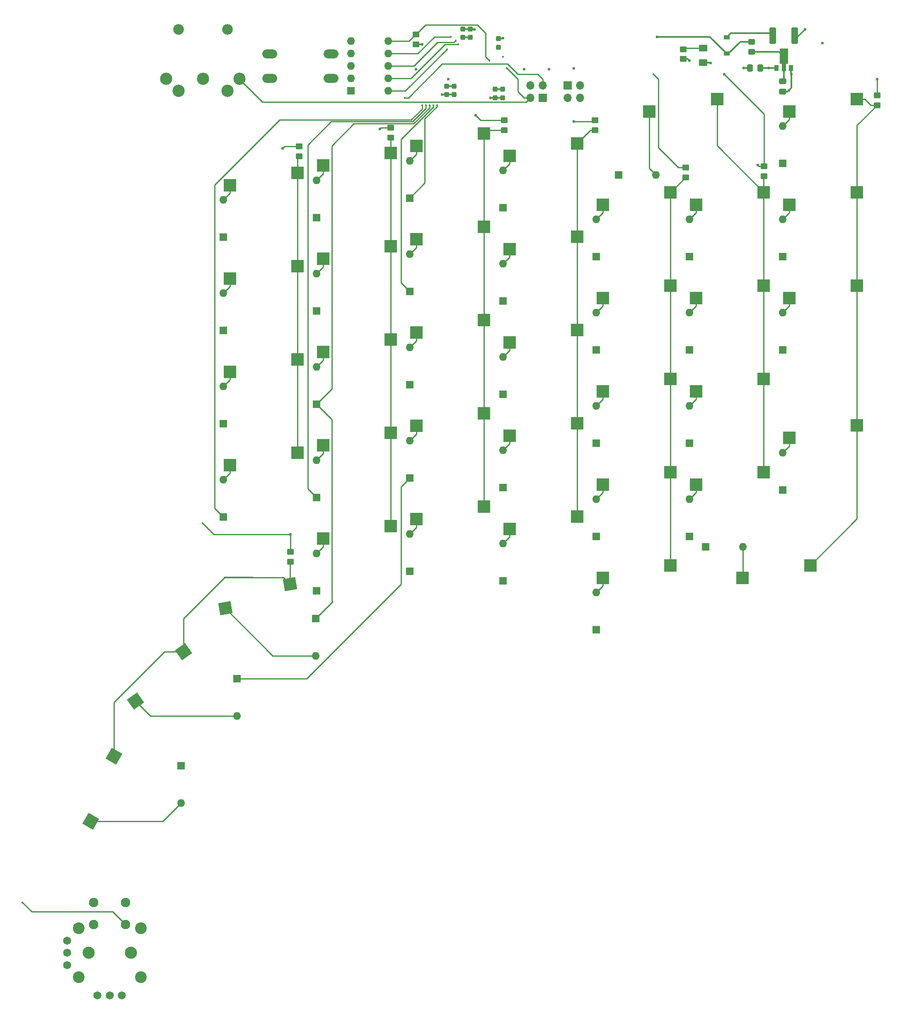
<source format=gbr>
%TF.GenerationSoftware,KiCad,Pcbnew,(6.0.0)*%
%TF.CreationDate,2022-01-02T22:49:07-08:00*%
%TF.ProjectId,thumbler_right,7468756d-626c-4657-925f-72696768742e,rev?*%
%TF.SameCoordinates,Original*%
%TF.FileFunction,Copper,L4,Bot*%
%TF.FilePolarity,Positive*%
%FSLAX46Y46*%
G04 Gerber Fmt 4.6, Leading zero omitted, Abs format (unit mm)*
G04 Created by KiCad (PCBNEW (6.0.0)) date 2022-01-02 22:49:07*
%MOMM*%
%LPD*%
G01*
G04 APERTURE LIST*
G04 Aperture macros list*
%AMRoundRect*
0 Rectangle with rounded corners*
0 $1 Rounding radius*
0 $2 $3 $4 $5 $6 $7 $8 $9 X,Y pos of 4 corners*
0 Add a 4 corners polygon primitive as box body*
4,1,4,$2,$3,$4,$5,$6,$7,$8,$9,$2,$3,0*
0 Add four circle primitives for the rounded corners*
1,1,$1+$1,$2,$3*
1,1,$1+$1,$4,$5*
1,1,$1+$1,$6,$7*
1,1,$1+$1,$8,$9*
0 Add four rect primitives between the rounded corners*
20,1,$1+$1,$2,$3,$4,$5,0*
20,1,$1+$1,$4,$5,$6,$7,0*
20,1,$1+$1,$6,$7,$8,$9,0*
20,1,$1+$1,$8,$9,$2,$3,0*%
%AMRotRect*
0 Rectangle, with rotation*
0 The origin of the aperture is its center*
0 $1 length*
0 $2 width*
0 $3 Rotation angle, in degrees counterclockwise*
0 Add horizontal line*
21,1,$1,$2,0,0,$3*%
%AMFreePoly0*
4,1,9,3.862500,-0.866500,0.737500,-0.866500,0.737500,-0.450000,-0.737500,-0.450000,-0.737500,0.450000,0.737500,0.450000,0.737500,0.866500,3.862500,0.866500,3.862500,-0.866500,3.862500,-0.866500,$1*%
G04 Aperture macros list end*
%TA.AperFunction,ComponentPad*%
%ADD10R,1.600000X1.600000*%
%TD*%
%TA.AperFunction,ComponentPad*%
%ADD11O,1.600000X1.600000*%
%TD*%
%TA.AperFunction,SMDPad,CuDef*%
%ADD12R,2.550000X2.500000*%
%TD*%
%TA.AperFunction,ComponentPad*%
%ADD13C,2.184400*%
%TD*%
%TA.AperFunction,ComponentPad*%
%ADD14C,2.500000*%
%TD*%
%TA.AperFunction,SMDPad,CuDef*%
%ADD15RotRect,2.550000X2.500000X10.000000*%
%TD*%
%TA.AperFunction,SMDPad,CuDef*%
%ADD16RotRect,2.550000X2.500000X35.450000*%
%TD*%
%TA.AperFunction,SMDPad,CuDef*%
%ADD17RotRect,2.550000X2.500000X60.000000*%
%TD*%
%TA.AperFunction,WasherPad*%
%ADD18C,2.475000*%
%TD*%
%TA.AperFunction,WasherPad*%
%ADD19C,2.400000*%
%TD*%
%TA.AperFunction,ComponentPad*%
%ADD20C,1.950000*%
%TD*%
%TA.AperFunction,ComponentPad*%
%ADD21C,1.650000*%
%TD*%
%TA.AperFunction,ComponentPad*%
%ADD22O,1.700000X1.700000*%
%TD*%
%TA.AperFunction,ComponentPad*%
%ADD23R,1.700000X1.700000*%
%TD*%
%TA.AperFunction,SMDPad,CuDef*%
%ADD24RoundRect,0.250000X-0.475000X0.337500X-0.475000X-0.337500X0.475000X-0.337500X0.475000X0.337500X0*%
%TD*%
%TA.AperFunction,SMDPad,CuDef*%
%ADD25RoundRect,0.250000X0.337500X0.475000X-0.337500X0.475000X-0.337500X-0.475000X0.337500X-0.475000X0*%
%TD*%
%TA.AperFunction,SMDPad,CuDef*%
%ADD26RoundRect,0.237500X-0.237500X0.300000X-0.237500X-0.300000X0.237500X-0.300000X0.237500X0.300000X0*%
%TD*%
%TA.AperFunction,SMDPad,CuDef*%
%ADD27RoundRect,0.237500X0.237500X-0.300000X0.237500X0.300000X-0.237500X0.300000X-0.237500X-0.300000X0*%
%TD*%
%TA.AperFunction,SMDPad,CuDef*%
%ADD28RoundRect,0.249999X0.450001X-0.325001X0.450001X0.325001X-0.450001X0.325001X-0.450001X-0.325001X0*%
%TD*%
%TA.AperFunction,SMDPad,CuDef*%
%ADD29RoundRect,0.249999X-0.450001X0.350001X-0.450001X-0.350001X0.450001X-0.350001X0.450001X0.350001X0*%
%TD*%
%TA.AperFunction,ComponentPad*%
%ADD30O,3.048000X1.850000*%
%TD*%
%TA.AperFunction,SMDPad,CuDef*%
%ADD31R,0.900000X1.300000*%
%TD*%
%TA.AperFunction,SMDPad,CuDef*%
%ADD32FreePoly0,90.000000*%
%TD*%
%TA.AperFunction,SMDPad,CuDef*%
%ADD33R,1.200000X0.900000*%
%TD*%
%TA.AperFunction,SMDPad,CuDef*%
%ADD34RoundRect,0.250000X0.400000X1.450000X-0.400000X1.450000X-0.400000X-1.450000X0.400000X-1.450000X0*%
%TD*%
%TA.AperFunction,SMDPad,CuDef*%
%ADD35RoundRect,0.250001X-0.624999X0.462499X-0.624999X-0.462499X0.624999X-0.462499X0.624999X0.462499X0*%
%TD*%
%TA.AperFunction,ViaPad*%
%ADD36C,0.400000*%
%TD*%
%TA.AperFunction,ViaPad*%
%ADD37C,0.600000*%
%TD*%
%TA.AperFunction,Conductor*%
%ADD38C,0.250000*%
%TD*%
%TA.AperFunction,Conductor*%
%ADD39C,0.350000*%
%TD*%
G04 APERTURE END LIST*
D10*
%TO.P,D36,1,K*%
%TO.N,R_ROW2*%
X347721000Y-181638500D03*
D11*
%TO.P,D36,2,A*%
%TO.N,Net-(D36-Pad2)*%
X347721000Y-174018500D03*
%TD*%
D12*
%TO.P,S35,1,1*%
%TO.N,Net-(D36-Pad2)*%
X349089000Y-171007500D03*
%TO.P,S35,2,2*%
%TO.N,Net-(R13-Pad2)*%
X362939000Y-168467500D03*
%TD*%
D10*
%TO.P,D76,1,K*%
%TO.N,R_ROW5*%
X446278000Y-244856000D03*
D11*
%TO.P,D76,2,A*%
%TO.N,Net-(D76-Pad2)*%
X453898000Y-244856000D03*
%TD*%
D10*
%TO.P,D52,1,K*%
%TO.N,R_ROW3*%
X366674400Y-259486400D03*
D11*
%TO.P,D52,2,A*%
%TO.N,Net-(D52-Pad2)*%
X366674400Y-267106400D03*
%TD*%
D10*
%TO.P,D53,1,K*%
%TO.N,R_ROW4*%
X350520000Y-271780000D03*
D11*
%TO.P,D53,2,A*%
%TO.N,Net-(D53-Pad2)*%
X350520000Y-279400000D03*
%TD*%
D13*
%TO.P,J6,MH*%
%TO.N,N/C*%
X348575451Y-139241554D03*
X338575451Y-139241554D03*
D14*
%TO.P,J6,5*%
%TO.N,R_RX*%
X348575451Y-151741554D03*
%TO.P,J6,4*%
%TO.N,+5V*%
X338575451Y-151741554D03*
%TO.P,J6,3*%
%TO.N,R_TX*%
X351075451Y-149241554D03*
%TO.P,J6,2*%
%TO.N,~{RST}*%
X343575451Y-149241554D03*
%TO.P,J6,1*%
%TO.N,GND*%
X336075451Y-149241554D03*
%TD*%
D15*
%TO.P,S44,1,1*%
%TO.N,Net-(D52-Pad2)*%
X348170987Y-257434169D03*
%TO.P,S44,2,2*%
%TO.N,Net-(R16-Pad2)*%
X361369508Y-252527730D03*
%TD*%
D16*
%TO.P,S45,1,1*%
%TO.N,Net-(D53-Pad2)*%
X329832678Y-276381602D03*
%TO.P,S45,2,2*%
%TO.N,Net-(R16-Pad2)*%
X339642011Y-266279569D03*
%TD*%
D17*
%TO.P,S46,1,1*%
%TO.N,Net-(D54-Pad2)*%
X320664295Y-300882352D03*
%TO.P,S46,2,2*%
%TO.N,Net-(R16-Pad2)*%
X325389591Y-287617900D03*
%TD*%
D18*
%TO.P,S34,*%
%TO.N,*%
X320243200Y-327785000D03*
D19*
X318218200Y-332785000D03*
X318218200Y-322785000D03*
X330868200Y-322785000D03*
X330868200Y-332785000D03*
D18*
X328843200Y-327785000D03*
D20*
%TO.P,S34,A,A*%
%TO.N,R_PTR_Z*%
X327793200Y-322035000D03*
%TO.P,S34,B,B*%
%TO.N,GND*%
X327793200Y-317535000D03*
%TO.P,S34,C,C*%
%TO.N,unconnected-(S34-PadC)*%
X321293200Y-322035000D03*
%TO.P,S34,D,D*%
%TO.N,unconnected-(S34-PadD)*%
X321293200Y-317535000D03*
D21*
%TO.P,S34,X1,X1*%
%TO.N,+3V3*%
X322043200Y-336515000D03*
%TO.P,S34,X2,X2*%
%TO.N,R_PTR_X*%
X324543200Y-336515000D03*
%TO.P,S34,X3,X3*%
%TO.N,GND*%
X327043200Y-336515000D03*
%TO.P,S34,Y1,Y1*%
%TO.N,+3V3*%
X315813200Y-325285000D03*
%TO.P,S34,Y2,Y2*%
%TO.N,R_PTR_Y*%
X315813200Y-327785000D03*
%TO.P,S34,Y3,Y3*%
%TO.N,GND*%
X315813200Y-330285000D03*
%TD*%
D22*
%TO.P,J7,4,Pin_4*%
%TO.N,+3V3*%
X420619000Y-153157000D03*
%TO.P,J7,3,Pin_3*%
%TO.N,R_SWDIO*%
X418079000Y-153157000D03*
%TO.P,J7,2,Pin_2*%
%TO.N,R_SWCLK*%
X420619000Y-150617000D03*
D23*
%TO.P,J7,1,Pin_1*%
%TO.N,GND*%
X418079000Y-150617000D03*
%TD*%
D22*
%TO.P,J5,4,Pin_4*%
%TO.N,+3V3*%
X410469000Y-150627000D03*
%TO.P,J5,3,Pin_3*%
%TO.N,R_RX*%
X413009000Y-150627000D03*
%TO.P,J5,2,Pin_2*%
%TO.N,R_TX*%
X410469000Y-153167000D03*
D23*
%TO.P,J5,1,Pin_1*%
%TO.N,GND*%
X413009000Y-153167000D03*
%TD*%
D10*
%TO.P,D54,1,K*%
%TO.N,R_ROW5*%
X339090000Y-289560000D03*
D11*
%TO.P,D54,2,A*%
%TO.N,Net-(D54-Pad2)*%
X339090000Y-297180000D03*
%TD*%
D12*
%TO.P,S71,1,1*%
%TO.N,Net-(D76-Pad2)*%
X453864000Y-251207500D03*
%TO.P,S71,2,2*%
%TO.N,Net-(R26-Pad2)*%
X467714000Y-248667500D03*
%TD*%
%TO.P,S39,1,1*%
%TO.N,Net-(D40-Pad2)*%
X368139000Y-167007500D03*
%TO.P,S39,2,2*%
%TO.N,Net-(R15-Pad2)*%
X381989000Y-164467500D03*
%TD*%
%TO.P,S47,1,1*%
%TO.N,Net-(D46-Pad2)*%
X387189000Y-163007500D03*
%TO.P,S47,2,2*%
%TO.N,Net-(R19-Pad2)*%
X401039000Y-160467500D03*
%TD*%
%TO.P,S52,1,1*%
%TO.N,Net-(D56-Pad2)*%
X406239000Y-165007500D03*
%TO.P,S52,2,2*%
%TO.N,Net-(R20-Pad2)*%
X420089000Y-162467500D03*
%TD*%
%TO.P,S57,1,1*%
%TO.N,Net-(D61-Pad2)*%
X425289000Y-175007500D03*
%TO.P,S57,2,2*%
%TO.N,Net-(R24-Pad2)*%
X439139000Y-172467500D03*
%TD*%
%TO.P,S62,1,1*%
%TO.N,Net-(D67-Pad2)*%
X434814000Y-155957500D03*
%TO.P,S62,2,2*%
%TO.N,Net-(R25-Pad2)*%
X448664000Y-153417500D03*
%TD*%
%TO.P,S67,1,1*%
%TO.N,Net-(D72-Pad2)*%
X463389000Y-155957500D03*
%TO.P,S67,2,2*%
%TO.N,Net-(R26-Pad2)*%
X477239000Y-153417500D03*
%TD*%
%TO.P,S36,1,1*%
%TO.N,Net-(D37-Pad2)*%
X349089000Y-190057500D03*
%TO.P,S36,2,2*%
%TO.N,Net-(R13-Pad2)*%
X362939000Y-187517500D03*
%TD*%
%TO.P,S40,1,1*%
%TO.N,Net-(D41-Pad2)*%
X368139000Y-186057500D03*
%TO.P,S40,2,2*%
%TO.N,Net-(R15-Pad2)*%
X381989000Y-183517500D03*
%TD*%
%TO.P,S48,1,1*%
%TO.N,Net-(D47-Pad2)*%
X387189000Y-182057500D03*
%TO.P,S48,2,2*%
%TO.N,Net-(R19-Pad2)*%
X401039000Y-179517500D03*
%TD*%
%TO.P,S53,1,1*%
%TO.N,Net-(D57-Pad2)*%
X406239000Y-184057500D03*
%TO.P,S53,2,2*%
%TO.N,Net-(R20-Pad2)*%
X420089000Y-181517500D03*
%TD*%
%TO.P,S58,1,1*%
%TO.N,Net-(D62-Pad2)*%
X425289000Y-194057500D03*
%TO.P,S58,2,2*%
%TO.N,Net-(R24-Pad2)*%
X439139000Y-191517500D03*
%TD*%
%TO.P,S63,1,1*%
%TO.N,Net-(D68-Pad2)*%
X444339000Y-175007500D03*
%TO.P,S63,2,2*%
%TO.N,Net-(R25-Pad2)*%
X458189000Y-172467500D03*
%TD*%
%TO.P,S68,1,1*%
%TO.N,Net-(D73-Pad2)*%
X463389000Y-175007500D03*
%TO.P,S68,2,2*%
%TO.N,Net-(R26-Pad2)*%
X477239000Y-172467500D03*
%TD*%
%TO.P,S37,1,1*%
%TO.N,Net-(D38-Pad2)*%
X349089000Y-209107500D03*
%TO.P,S37,2,2*%
%TO.N,Net-(R13-Pad2)*%
X362939000Y-206567500D03*
%TD*%
%TO.P,S41,1,1*%
%TO.N,Net-(D42-Pad2)*%
X368139000Y-205107500D03*
%TO.P,S41,2,2*%
%TO.N,Net-(R15-Pad2)*%
X381989000Y-202567500D03*
%TD*%
%TO.P,S49,1,1*%
%TO.N,Net-(D48-Pad2)*%
X387189000Y-201107500D03*
%TO.P,S49,2,2*%
%TO.N,Net-(R19-Pad2)*%
X401039000Y-198567500D03*
%TD*%
%TO.P,S54,1,1*%
%TO.N,Net-(D58-Pad2)*%
X406239000Y-203107500D03*
%TO.P,S54,2,2*%
%TO.N,Net-(R20-Pad2)*%
X420089000Y-200567500D03*
%TD*%
%TO.P,S59,1,1*%
%TO.N,Net-(D63-Pad2)*%
X425289000Y-213107500D03*
%TO.P,S59,2,2*%
%TO.N,Net-(R24-Pad2)*%
X439139000Y-210567500D03*
%TD*%
%TO.P,S64,1,1*%
%TO.N,Net-(D69-Pad2)*%
X444339000Y-194057500D03*
%TO.P,S64,2,2*%
%TO.N,Net-(R25-Pad2)*%
X458189000Y-191517500D03*
%TD*%
%TO.P,S69,1,1*%
%TO.N,Net-(D74-Pad2)*%
X463389000Y-194057500D03*
%TO.P,S69,2,2*%
%TO.N,Net-(R26-Pad2)*%
X477239000Y-191517500D03*
%TD*%
%TO.P,S38,1,1*%
%TO.N,Net-(D39-Pad2)*%
X349089000Y-228157500D03*
%TO.P,S38,2,2*%
%TO.N,Net-(R13-Pad2)*%
X362939000Y-225617500D03*
%TD*%
%TO.P,S42,1,1*%
%TO.N,Net-(D43-Pad2)*%
X368139000Y-224157500D03*
%TO.P,S42,2,2*%
%TO.N,Net-(R15-Pad2)*%
X381989000Y-221617500D03*
%TD*%
%TO.P,S50,1,1*%
%TO.N,Net-(D49-Pad2)*%
X387189000Y-220157500D03*
%TO.P,S50,2,2*%
%TO.N,Net-(R19-Pad2)*%
X401039000Y-217617500D03*
%TD*%
%TO.P,S55,1,1*%
%TO.N,Net-(D59-Pad2)*%
X406239000Y-222157500D03*
%TO.P,S55,2,2*%
%TO.N,Net-(R20-Pad2)*%
X420089000Y-219617500D03*
%TD*%
%TO.P,S60,1,1*%
%TO.N,Net-(D64-Pad2)*%
X425289000Y-232157500D03*
%TO.P,S60,2,2*%
%TO.N,Net-(R24-Pad2)*%
X439139000Y-229617500D03*
%TD*%
%TO.P,S65,1,1*%
%TO.N,Net-(D70-Pad2)*%
X444339000Y-213107500D03*
%TO.P,S65,2,2*%
%TO.N,Net-(R25-Pad2)*%
X458189000Y-210567500D03*
%TD*%
%TO.P,S70,1,1*%
%TO.N,Net-(D75-Pad2)*%
X463389000Y-222632500D03*
%TO.P,S70,2,2*%
%TO.N,Net-(R26-Pad2)*%
X477239000Y-220092500D03*
%TD*%
%TO.P,S43,1,1*%
%TO.N,Net-(D44-Pad2)*%
X368139000Y-243207500D03*
%TO.P,S43,2,2*%
%TO.N,Net-(R15-Pad2)*%
X381989000Y-240667500D03*
%TD*%
%TO.P,S51,1,1*%
%TO.N,Net-(D50-Pad2)*%
X387189000Y-239207500D03*
%TO.P,S51,2,2*%
%TO.N,Net-(R19-Pad2)*%
X401039000Y-236667500D03*
%TD*%
%TO.P,S56,1,1*%
%TO.N,Net-(D60-Pad2)*%
X406239000Y-241207500D03*
%TO.P,S56,2,2*%
%TO.N,Net-(R20-Pad2)*%
X420089000Y-238667500D03*
%TD*%
%TO.P,S61,1,1*%
%TO.N,Net-(D65-Pad2)*%
X425289000Y-251207500D03*
%TO.P,S61,2,2*%
%TO.N,Net-(R24-Pad2)*%
X439139000Y-248667500D03*
%TD*%
%TO.P,S66,1,1*%
%TO.N,Net-(D71-Pad2)*%
X444339000Y-232157500D03*
%TO.P,S66,2,2*%
%TO.N,Net-(R25-Pad2)*%
X458189000Y-229617500D03*
%TD*%
D10*
%TO.P,D40,1,K*%
%TO.N,R_ROW1*%
X366771000Y-177638500D03*
D11*
%TO.P,D40,2,A*%
%TO.N,Net-(D40-Pad2)*%
X366771000Y-170018500D03*
%TD*%
D10*
%TO.P,D46,1,K*%
%TO.N,R_ROW1*%
X385821000Y-173638500D03*
D11*
%TO.P,D46,2,A*%
%TO.N,Net-(D46-Pad2)*%
X385821000Y-166018500D03*
%TD*%
D10*
%TO.P,D56,1,K*%
%TO.N,R_ROW1*%
X404871000Y-175638500D03*
D11*
%TO.P,D56,2,A*%
%TO.N,Net-(D56-Pad2)*%
X404871000Y-168018500D03*
%TD*%
D10*
%TO.P,D61,1,K*%
%TO.N,R_ROW1*%
X423921000Y-185638500D03*
D11*
%TO.P,D61,2,A*%
%TO.N,Net-(D61-Pad2)*%
X423921000Y-178018500D03*
%TD*%
D10*
%TO.P,D67,1,K*%
%TO.N,R_ROW1*%
X428498000Y-168910000D03*
D11*
%TO.P,D67,2,A*%
%TO.N,Net-(D67-Pad2)*%
X436118000Y-168910000D03*
%TD*%
D10*
%TO.P,D72,1,K*%
%TO.N,R_ROW1*%
X462021000Y-166588500D03*
D11*
%TO.P,D72,2,A*%
%TO.N,Net-(D72-Pad2)*%
X462021000Y-158968500D03*
%TD*%
D10*
%TO.P,D37,1,K*%
%TO.N,R_ROW3*%
X347721000Y-200688500D03*
D11*
%TO.P,D37,2,A*%
%TO.N,Net-(D37-Pad2)*%
X347721000Y-193068500D03*
%TD*%
D10*
%TO.P,D41,1,K*%
%TO.N,R_ROW2*%
X366771000Y-196688500D03*
D11*
%TO.P,D41,2,A*%
%TO.N,Net-(D41-Pad2)*%
X366771000Y-189068500D03*
%TD*%
D10*
%TO.P,D47,1,K*%
%TO.N,R_ROW2*%
X385821000Y-192688500D03*
D11*
%TO.P,D47,2,A*%
%TO.N,Net-(D47-Pad2)*%
X385821000Y-185068500D03*
%TD*%
D10*
%TO.P,D57,1,K*%
%TO.N,R_ROW2*%
X404871000Y-194688500D03*
D11*
%TO.P,D57,2,A*%
%TO.N,Net-(D57-Pad2)*%
X404871000Y-187068500D03*
%TD*%
D10*
%TO.P,D62,1,K*%
%TO.N,R_ROW2*%
X423921000Y-204688500D03*
D11*
%TO.P,D62,2,A*%
%TO.N,Net-(D62-Pad2)*%
X423921000Y-197068500D03*
%TD*%
D10*
%TO.P,D68,1,K*%
%TO.N,R_ROW2*%
X442971000Y-185638500D03*
D11*
%TO.P,D68,2,A*%
%TO.N,Net-(D68-Pad2)*%
X442971000Y-178018500D03*
%TD*%
D10*
%TO.P,D73,1,K*%
%TO.N,R_ROW2*%
X462021000Y-185638500D03*
D11*
%TO.P,D73,2,A*%
%TO.N,Net-(D73-Pad2)*%
X462021000Y-178018500D03*
%TD*%
D10*
%TO.P,D38,1,K*%
%TO.N,R_ROW4*%
X347721000Y-219738500D03*
D11*
%TO.P,D38,2,A*%
%TO.N,Net-(D38-Pad2)*%
X347721000Y-212118500D03*
%TD*%
D10*
%TO.P,D42,1,K*%
%TO.N,R_ROW3*%
X366771000Y-215738500D03*
D11*
%TO.P,D42,2,A*%
%TO.N,Net-(D42-Pad2)*%
X366771000Y-208118500D03*
%TD*%
D10*
%TO.P,D48,1,K*%
%TO.N,R_ROW3*%
X385821000Y-211738500D03*
D11*
%TO.P,D48,2,A*%
%TO.N,Net-(D48-Pad2)*%
X385821000Y-204118500D03*
%TD*%
D10*
%TO.P,D58,1,K*%
%TO.N,R_ROW3*%
X404871000Y-213738500D03*
D11*
%TO.P,D58,2,A*%
%TO.N,Net-(D58-Pad2)*%
X404871000Y-206118500D03*
%TD*%
D10*
%TO.P,D63,1,K*%
%TO.N,R_ROW3*%
X423921000Y-223738500D03*
D11*
%TO.P,D63,2,A*%
%TO.N,Net-(D63-Pad2)*%
X423921000Y-216118500D03*
%TD*%
D10*
%TO.P,D69,1,K*%
%TO.N,R_ROW3*%
X442971000Y-204688500D03*
D11*
%TO.P,D69,2,A*%
%TO.N,Net-(D69-Pad2)*%
X442971000Y-197068500D03*
%TD*%
D10*
%TO.P,D74,1,K*%
%TO.N,R_ROW3*%
X462021000Y-204688500D03*
D11*
%TO.P,D74,2,A*%
%TO.N,Net-(D74-Pad2)*%
X462021000Y-197068500D03*
%TD*%
D10*
%TO.P,D39,1,K*%
%TO.N,R_ROW5*%
X347721000Y-238788500D03*
D11*
%TO.P,D39,2,A*%
%TO.N,Net-(D39-Pad2)*%
X347721000Y-231168500D03*
%TD*%
D10*
%TO.P,D43,1,K*%
%TO.N,R_ROW4*%
X366771000Y-234788500D03*
D11*
%TO.P,D43,2,A*%
%TO.N,Net-(D43-Pad2)*%
X366771000Y-227168500D03*
%TD*%
D10*
%TO.P,D49,1,K*%
%TO.N,R_ROW4*%
X385821000Y-230788500D03*
D11*
%TO.P,D49,2,A*%
%TO.N,Net-(D49-Pad2)*%
X385821000Y-223168500D03*
%TD*%
D10*
%TO.P,D59,1,K*%
%TO.N,R_ROW4*%
X404871000Y-232788500D03*
D11*
%TO.P,D59,2,A*%
%TO.N,Net-(D59-Pad2)*%
X404871000Y-225168500D03*
%TD*%
D10*
%TO.P,D64,1,K*%
%TO.N,R_ROW4*%
X423921000Y-242788500D03*
D11*
%TO.P,D64,2,A*%
%TO.N,Net-(D64-Pad2)*%
X423921000Y-235168500D03*
%TD*%
D10*
%TO.P,D70,1,K*%
%TO.N,R_ROW4*%
X442971000Y-223738500D03*
D11*
%TO.P,D70,2,A*%
%TO.N,Net-(D70-Pad2)*%
X442971000Y-216118500D03*
%TD*%
D10*
%TO.P,D75,1,K*%
%TO.N,R_ROW4*%
X462021000Y-233263500D03*
D11*
%TO.P,D75,2,A*%
%TO.N,Net-(D75-Pad2)*%
X462021000Y-225643500D03*
%TD*%
D10*
%TO.P,D44,1,K*%
%TO.N,R_ROW5*%
X366771000Y-253838500D03*
D11*
%TO.P,D44,2,A*%
%TO.N,Net-(D44-Pad2)*%
X366771000Y-246218500D03*
%TD*%
D10*
%TO.P,D50,1,K*%
%TO.N,R_ROW5*%
X385821000Y-249838500D03*
D11*
%TO.P,D50,2,A*%
%TO.N,Net-(D50-Pad2)*%
X385821000Y-242218500D03*
%TD*%
D10*
%TO.P,D60,1,K*%
%TO.N,R_ROW5*%
X404871000Y-251838500D03*
D11*
%TO.P,D60,2,A*%
%TO.N,Net-(D60-Pad2)*%
X404871000Y-244218500D03*
%TD*%
D10*
%TO.P,D65,1,K*%
%TO.N,R_ROW5*%
X423921000Y-261838500D03*
D11*
%TO.P,D65,2,A*%
%TO.N,Net-(D65-Pad2)*%
X423921000Y-254218500D03*
%TD*%
D10*
%TO.P,D71,1,K*%
%TO.N,R_ROW5*%
X442971000Y-242788500D03*
D11*
%TO.P,D71,2,A*%
%TO.N,Net-(D71-Pad2)*%
X442971000Y-235168500D03*
%TD*%
D24*
%TO.P,C14,1*%
%TO.N,Net-(C14-Pad1)*%
X462026000Y-149817000D03*
%TO.P,C14,2*%
%TO.N,GND*%
X462026000Y-151892000D03*
%TD*%
D25*
%TO.P,C15,1*%
%TO.N,+3V3*%
X457454000Y-147066000D03*
%TO.P,C15,2*%
%TO.N,GND*%
X455379000Y-147066000D03*
%TD*%
D26*
%TO.P,C16,1*%
%TO.N,+3V3*%
X393410500Y-150780500D03*
%TO.P,C16,2*%
%TO.N,GND*%
X393410500Y-152505500D03*
%TD*%
%TO.P,C17,2*%
%TO.N,GND*%
X404840500Y-153140500D03*
%TO.P,C17,1*%
%TO.N,+3V3*%
X404840500Y-151415500D03*
%TD*%
%TO.P,C18,1*%
%TO.N,+3V3*%
X394934500Y-150780500D03*
%TO.P,C18,2*%
%TO.N,GND*%
X394934500Y-152505500D03*
%TD*%
%TO.P,C19,2*%
%TO.N,GND*%
X403316500Y-153140500D03*
%TO.P,C19,1*%
%TO.N,+3V3*%
X403316500Y-151415500D03*
%TD*%
D27*
%TO.P,C20,1*%
%TO.N,+3V3*%
X403951500Y-142829200D03*
%TO.P,C20,2*%
%TO.N,GND*%
X403951500Y-141104200D03*
%TD*%
%TO.P,C21,1*%
%TO.N,+3V3*%
X396712500Y-140821500D03*
%TO.P,C21,2*%
%TO.N,GND*%
X396712500Y-139096500D03*
%TD*%
%TO.P,C22,1*%
%TO.N,+3V3*%
X398236500Y-140821500D03*
%TO.P,C22,2*%
%TO.N,GND*%
X398236500Y-139096500D03*
%TD*%
D28*
%TO.P,FB2,1*%
%TO.N,Net-(C14-Pad1)*%
X455676000Y-143773000D03*
%TO.P,FB2,2*%
%TO.N,+5V*%
X455676000Y-141723000D03*
%TD*%
D29*
%TO.P,R27,1*%
%TO.N,Net-(D77-Pad1)*%
X441706000Y-143256000D03*
%TO.P,R27,2*%
%TO.N,GND*%
X441706000Y-145256000D03*
%TD*%
%TO.P,R13,1*%
%TO.N,R_COL1*%
X363220000Y-163112000D03*
%TO.P,R13,2*%
%TO.N,Net-(R13-Pad2)*%
X363220000Y-165112000D03*
%TD*%
%TO.P,R15,1*%
%TO.N,R_COL2*%
X381944000Y-159290000D03*
%TO.P,R15,2*%
%TO.N,Net-(R15-Pad2)*%
X381944000Y-161290000D03*
%TD*%
%TO.P,R16,1*%
%TO.N,R_COL8*%
X361442000Y-245888000D03*
%TO.P,R16,2*%
%TO.N,Net-(R16-Pad2)*%
X361442000Y-247888000D03*
%TD*%
%TO.P,R19,1*%
%TO.N,R_COL3*%
X405130000Y-157750000D03*
%TO.P,R19,2*%
%TO.N,Net-(R19-Pad2)*%
X405130000Y-159750000D03*
%TD*%
%TO.P,R20,1*%
%TO.N,R_COL4*%
X423672000Y-157766000D03*
%TO.P,R20,2*%
%TO.N,Net-(R20-Pad2)*%
X423672000Y-159766000D03*
%TD*%
%TO.P,R23,1*%
%TO.N,R_BOOT0*%
X387096000Y-140240000D03*
%TO.P,R23,2*%
%TO.N,GND*%
X387096000Y-142240000D03*
%TD*%
%TO.P,R24,1*%
%TO.N,R_COL5*%
X442214000Y-167402000D03*
%TO.P,R24,2*%
%TO.N,Net-(R24-Pad2)*%
X442214000Y-169402000D03*
%TD*%
%TO.P,R25,1*%
%TO.N,R_COL6*%
X458216000Y-167148000D03*
%TO.P,R25,2*%
%TO.N,Net-(R25-Pad2)*%
X458216000Y-169148000D03*
%TD*%
%TO.P,R26,1*%
%TO.N,R_COL7*%
X481330000Y-152686000D03*
%TO.P,R26,2*%
%TO.N,Net-(R26-Pad2)*%
X481330000Y-154686000D03*
%TD*%
D30*
%TO.P,SW3,1,1*%
%TO.N,GND*%
X369734000Y-149185000D03*
X357234000Y-149185000D03*
%TO.P,SW3,2,2*%
%TO.N,~{RST}*%
X357234000Y-144185000D03*
X369734000Y-144185000D03*
%TD*%
D10*
%TO.P,SW4,1*%
%TO.N,GND*%
X373811750Y-151742000D03*
D11*
%TO.P,SW4,2*%
X373811750Y-149202000D03*
%TO.P,SW4,3*%
X373811750Y-146662000D03*
%TO.P,SW4,4*%
X373811750Y-144122000D03*
%TO.P,SW4,5*%
%TO.N,+3V3*%
X373811750Y-141582000D03*
%TO.P,SW4,6*%
%TO.N,R_BOOT0*%
X381431750Y-141582000D03*
%TO.P,SW4,7*%
%TO.N,R_OPT4*%
X381431750Y-144122000D03*
%TO.P,SW4,8*%
%TO.N,R_OPT3*%
X381431750Y-146662000D03*
%TO.P,SW4,9*%
%TO.N,R_OPT2*%
X381431750Y-149202000D03*
%TO.P,SW4,10*%
%TO.N,R_OPT1*%
X381431750Y-151742000D03*
%TD*%
D31*
%TO.P,U3,1,GND*%
%TO.N,GND*%
X463780000Y-147065000D03*
D32*
%TO.P,U3,2,VI*%
%TO.N,Net-(C14-Pad1)*%
X462280000Y-146977500D03*
D31*
%TO.P,U3,3,VO*%
%TO.N,+3V3*%
X460780000Y-147065000D03*
%TD*%
D33*
%TO.P,D66,1,K*%
%TO.N,+5V*%
X450596000Y-144144000D03*
%TO.P,D66,2,A*%
%TO.N,Net-(D66-Pad2)*%
X450596000Y-140844000D03*
%TD*%
D34*
%TO.P,F2,1*%
%TO.N,Net-(F2-Pad1)*%
X464505000Y-140462000D03*
%TO.P,F2,2*%
%TO.N,Net-(D66-Pad2)*%
X460055000Y-140462000D03*
%TD*%
D35*
%TO.P,D77,1,K*%
%TO.N,Net-(D77-Pad1)*%
X445770000Y-143038500D03*
%TO.P,D77,2,A*%
%TO.N,+3V3*%
X445770000Y-146013500D03*
%TD*%
D36*
%TO.N,R_PTR_Z*%
X306705000Y-317500000D03*
%TO.N,R_COL8*%
X343535000Y-240030000D03*
%TO.N,R_ROW5*%
X388366000Y-154686000D03*
%TO.N,R_ROW4*%
X389128000Y-154686002D03*
%TO.N,R_ROW3*%
X389890000Y-154686002D03*
%TO.N,R_ROW2*%
X390652000Y-154686000D03*
%TO.N,R_ROW1*%
X391414000Y-154686000D03*
D37*
%TO.N,R_COL1*%
X359892600Y-163525200D03*
%TO.N,R_COL2*%
X379730000Y-159512000D03*
%TO.N,R_COL4*%
X419354000Y-157988000D03*
%TO.N,R_COL3*%
X399288002Y-156718000D03*
%TO.N,GND*%
X393700000Y-149352000D03*
D36*
%TO.N,R_COL5*%
X440690000Y-167386000D03*
X435610000Y-148336000D03*
D37*
%TO.N,GND*%
X442976000Y-145542000D03*
X463296000Y-151638000D03*
X388366000Y-142240000D03*
X404876000Y-140970000D03*
X392430000Y-152505500D03*
X387096002Y-147320000D03*
X399034000Y-139192000D03*
X463804000Y-148336000D03*
X402336000Y-153162000D03*
X470154000Y-141986000D03*
D36*
X404876000Y-144780000D03*
D37*
X454130500Y-147066000D03*
%TO.N,+3V3*%
X414274000Y-147320000D03*
X403951500Y-142880000D03*
X447294000Y-146050000D03*
X459232000Y-147066000D03*
X419354000Y-147156500D03*
X394934500Y-150754000D03*
X403316500Y-151389000D03*
X409194000Y-147320000D03*
X398236500Y-140848000D03*
%TO.N,+5V*%
X436371998Y-140716000D03*
D36*
%TO.N,R_TX*%
X405638000Y-147066000D03*
%TO.N,R_RX*%
X406146000Y-146558000D03*
X384810000Y-153162000D03*
D37*
%TO.N,R_COL8*%
X361442000Y-242316000D03*
D36*
%TO.N,R_BOOT0*%
X402082000Y-145542000D03*
D37*
%TO.N,R_COL6*%
X450088000Y-148336000D03*
X456946000Y-166878000D03*
%TO.N,R_COL7*%
X481330000Y-149351998D03*
D36*
%TO.N,R_OPT4*%
X394208000Y-140716000D03*
%TO.N,R_OPT3*%
X395224000Y-141478000D03*
%TO.N,R_OPT2*%
X395732000Y-142240000D03*
%TO.N,R_OPT1*%
X393446000Y-143256000D03*
D37*
%TO.N,Net-(F2-Pad1)*%
X466598000Y-139192000D03*
%TD*%
D38*
%TO.N,R_TX*%
X409619000Y-154017000D02*
X410469000Y-153167000D01*
X351075451Y-149359451D02*
X355733000Y-154017000D01*
X355733000Y-154017000D02*
X409619000Y-154017000D01*
X351075451Y-149241554D02*
X351075451Y-149359451D01*
%TO.N,Net-(R16-Pad2)*%
X361369508Y-247960492D02*
X361369508Y-252527730D01*
X361442000Y-247888000D02*
X361369508Y-247960492D01*
%TO.N,R_COL8*%
X361442000Y-245888000D02*
X361442000Y-242316000D01*
%TO.N,Net-(R20-Pad2)*%
X422790500Y-159766000D02*
X420089000Y-162467500D01*
X423672000Y-159766000D02*
X422790500Y-159766000D01*
X420089000Y-162467500D02*
X420089000Y-181517500D01*
%TO.N,R_COL4*%
X423450000Y-157988000D02*
X419354000Y-157988000D01*
X423672000Y-157766000D02*
X423450000Y-157988000D01*
%TO.N,R_ROW4*%
X389128000Y-155325597D02*
X389128000Y-154686002D01*
X369777230Y-158034770D02*
X386418827Y-158034770D01*
X386418827Y-158034770D02*
X389128000Y-155325597D01*
X364998000Y-233015500D02*
X364998000Y-162814000D01*
X364998000Y-162814000D02*
X369777230Y-158034770D01*
X366771000Y-234788500D02*
X364998000Y-233015500D01*
%TO.N,R_ROW5*%
X388366000Y-155432020D02*
X388366000Y-154686000D01*
X386140261Y-157657759D02*
X388366000Y-155432020D01*
X359232241Y-157657759D02*
X386140261Y-157657759D01*
X345948000Y-170942000D02*
X359232241Y-157657759D01*
X345948000Y-237015500D02*
X345948000Y-170942000D01*
X347721000Y-238788500D02*
X345948000Y-237015500D01*
%TO.N,R_ROW3*%
X369934479Y-162957521D02*
X374454020Y-158437980D01*
X374454020Y-158437980D02*
X386646020Y-158437980D01*
X389890000Y-155194000D02*
X389890000Y-154686002D01*
X369934479Y-212575021D02*
X369934479Y-162957521D01*
X386646020Y-158437980D02*
X389890000Y-155194000D01*
X366771000Y-215738500D02*
X369934479Y-212575021D01*
%TO.N,R_ROW2*%
X390652000Y-155078093D02*
X390652000Y-154686000D01*
X384048000Y-161682093D02*
X390652000Y-155078093D01*
X384048000Y-190915500D02*
X384048000Y-161682093D01*
X385821000Y-192688500D02*
X384048000Y-190915500D01*
%TO.N,R_ROW1*%
X391414000Y-154940000D02*
X391414000Y-154686000D01*
X388912511Y-157441489D02*
X391414000Y-154940000D01*
X388912511Y-170546989D02*
X388912511Y-157441489D01*
X385821000Y-173638500D02*
X388912511Y-170546989D01*
%TO.N,R_TX*%
X409199000Y-153167000D02*
X410469000Y-153167000D01*
X407924000Y-151892000D02*
X409199000Y-153167000D01*
X405638000Y-147066000D02*
X407924000Y-149352000D01*
X407924000Y-149352000D02*
X407924000Y-151892000D01*
D39*
%TO.N,+3V3*%
X404840500Y-151415500D02*
X403316500Y-151415500D01*
%TO.N,GND*%
X402357500Y-153140500D02*
X402336000Y-153162000D01*
X403316500Y-153140500D02*
X402357500Y-153140500D01*
X403316500Y-153140500D02*
X404840500Y-153140500D01*
%TO.N,+5V*%
X447168000Y-140716000D02*
X436371998Y-140716000D01*
X450596000Y-144144000D02*
X447168000Y-140716000D01*
D38*
%TO.N,R_COL8*%
X345821000Y-242316000D02*
X347980000Y-242316000D01*
X343535000Y-240030000D02*
X345821000Y-242316000D01*
%TO.N,R_COL1*%
X360305800Y-163112000D02*
X359892600Y-163525200D01*
X363220000Y-163112000D02*
X360305800Y-163112000D01*
%TO.N,R_OPT1*%
X384960000Y-151742000D02*
X393446000Y-143256000D01*
X381431750Y-151742000D02*
X384960000Y-151742000D01*
%TO.N,R_OPT2*%
X386068897Y-149202000D02*
X381431750Y-149202000D01*
X393030897Y-142240000D02*
X386068897Y-149202000D01*
X395732000Y-142240000D02*
X393030897Y-142240000D01*
%TO.N,R_OPT3*%
X386738000Y-146662000D02*
X381431750Y-146662000D01*
X391537511Y-141862489D02*
X386738000Y-146662000D01*
X394839511Y-141862489D02*
X391537511Y-141862489D01*
X395224000Y-141478000D02*
X394839511Y-141862489D01*
%TO.N,R_OPT4*%
X387500000Y-144122000D02*
X381431750Y-144122000D01*
X394208000Y-140716000D02*
X390906000Y-140716000D01*
X390906000Y-140716000D02*
X387500000Y-144122000D01*
%TO.N,R_BOOT0*%
X387064000Y-140240000D02*
X387096000Y-140240000D01*
X385722000Y-141582000D02*
X387064000Y-140240000D01*
X381431750Y-141582000D02*
X385722000Y-141582000D01*
%TO.N,R_PTR_Z*%
X325149486Y-319405000D02*
X308610000Y-319405000D01*
X327779486Y-322035000D02*
X325149486Y-319405000D01*
X327793200Y-322035000D02*
X327779486Y-322035000D01*
%TO.N,R_COL3*%
X400320002Y-157750000D02*
X399288002Y-156718000D01*
X405130000Y-157750000D02*
X400320002Y-157750000D01*
%TO.N,Net-(R19-Pad2)*%
X405130000Y-159750000D02*
X401756500Y-159750000D01*
X401756500Y-159750000D02*
X401039000Y-160467500D01*
%TO.N,R_PTR_Z*%
X308610000Y-319405000D02*
X306705000Y-317500000D01*
%TO.N,R_COL8*%
X347329000Y-242316000D02*
X361442000Y-242316000D01*
%TO.N,R_RX*%
X392476501Y-146257499D02*
X385572000Y-153162000D01*
X405845499Y-146257499D02*
X392476501Y-146257499D01*
X385572000Y-153162000D02*
X384810000Y-153162000D01*
X406146000Y-146558000D02*
X405845499Y-146257499D01*
%TO.N,Net-(R24-Pad2)*%
X439139000Y-229617500D02*
X439139000Y-248667500D01*
X439139000Y-210567500D02*
X439139000Y-229617500D01*
X439139000Y-191517500D02*
X439139000Y-210567500D01*
X439139000Y-172467500D02*
X439139000Y-191517500D01*
X442204500Y-169402000D02*
X439139000Y-172467500D01*
X442214000Y-169402000D02*
X442204500Y-169402000D01*
%TO.N,Net-(R20-Pad2)*%
X420089000Y-219617500D02*
X420089000Y-238667500D01*
X420089000Y-200567500D02*
X420089000Y-219617500D01*
X420089000Y-181517500D02*
X420089000Y-200567500D01*
%TO.N,Net-(R13-Pad2)*%
X362939000Y-206567500D02*
X362939000Y-225617500D01*
X362939000Y-187517500D02*
X362939000Y-206567500D01*
X362939000Y-168467500D02*
X362939000Y-187517500D01*
X363220000Y-165112000D02*
X362939000Y-165393000D01*
X362939000Y-165393000D02*
X362939000Y-168467500D01*
%TO.N,R_COL2*%
X379984000Y-159258000D02*
X379730000Y-159512000D01*
X381912000Y-159258000D02*
X379984000Y-159258000D01*
X381944000Y-159290000D02*
X381912000Y-159258000D01*
%TO.N,Net-(R15-Pad2)*%
X381989000Y-221617500D02*
X381989000Y-240667500D01*
X381989000Y-202567500D02*
X381989000Y-221617500D01*
X381989000Y-183517500D02*
X381989000Y-202567500D01*
X381989000Y-164467500D02*
X381989000Y-183517500D01*
X381989000Y-161335000D02*
X381989000Y-164467500D01*
X381944000Y-161290000D02*
X381989000Y-161335000D01*
%TO.N,R_COL6*%
X457216000Y-167148000D02*
X456946000Y-166878000D01*
X458216000Y-167148000D02*
X457216000Y-167148000D01*
%TO.N,R_ROW4*%
X384048000Y-252476000D02*
X384048000Y-232561500D01*
X384048000Y-232561500D02*
X385821000Y-230788500D01*
X364744000Y-271780000D02*
X384048000Y-252476000D01*
X350520000Y-271780000D02*
X364744000Y-271780000D01*
%TO.N,R_ROW3*%
X369934479Y-218901979D02*
X366771000Y-215738500D01*
X369934479Y-255939279D02*
X369934479Y-218901979D01*
X366674400Y-259486400D02*
X370078000Y-256082800D01*
X370078000Y-256082800D02*
X369934479Y-255939279D01*
%TO.N,Net-(R19-Pad2)*%
X401039000Y-217617500D02*
X401039000Y-236667500D01*
X401039000Y-198567500D02*
X401039000Y-217617500D01*
X401039000Y-179517500D02*
X401039000Y-198567500D01*
X401039000Y-160467500D02*
X401039000Y-179517500D01*
%TO.N,R_COL5*%
X440706000Y-167402000D02*
X440690000Y-167386000D01*
X442214000Y-167402000D02*
X440706000Y-167402000D01*
X436609479Y-163305479D02*
X440690000Y-167386000D01*
X436609479Y-149335479D02*
X436609479Y-163305479D01*
X435610000Y-148336000D02*
X436609479Y-149335479D01*
%TO.N,Net-(D36-Pad2)*%
X349089000Y-171007500D02*
X349089000Y-172650500D01*
X349089000Y-172650500D02*
X347721000Y-174018500D01*
%TO.N,Net-(D52-Pad2)*%
X357843218Y-267106400D02*
X366674400Y-267106400D01*
X348170987Y-257434169D02*
X357843218Y-267106400D01*
%TO.N,Net-(D53-Pad2)*%
X332851076Y-279400000D02*
X350520000Y-279400000D01*
X329832678Y-276381602D02*
X332851076Y-279400000D01*
%TO.N,Net-(D54-Pad2)*%
X320664295Y-300882352D02*
X335387648Y-300882352D01*
X335387648Y-300882352D02*
X339090000Y-297180000D01*
D39*
%TO.N,GND*%
X393410500Y-152505500D02*
X392430000Y-152505500D01*
X404741800Y-141104200D02*
X404876000Y-140970000D01*
X463780000Y-148312000D02*
X463804000Y-148336000D01*
X442690000Y-145256000D02*
X442976000Y-145542000D01*
X455379000Y-147066000D02*
X454130500Y-147066000D01*
X441706000Y-145256000D02*
X442690000Y-145256000D01*
X387096000Y-142240000D02*
X388366000Y-142240000D01*
X463042000Y-151892000D02*
X463296000Y-151638000D01*
X463804000Y-151130000D02*
X463296000Y-151638000D01*
X398236500Y-139096500D02*
X396712500Y-139096500D01*
X462280000Y-151892000D02*
X463042000Y-151892000D01*
X403951500Y-141104200D02*
X404741800Y-141104200D01*
X394934500Y-152505500D02*
X393410500Y-152505500D01*
X398938500Y-139096500D02*
X399034000Y-139192000D01*
X463780000Y-147065000D02*
X463780000Y-148312000D01*
X463804000Y-148336000D02*
X463804000Y-151130000D01*
X398236500Y-139096500D02*
X398938500Y-139096500D01*
%TO.N,+3V3*%
X396585500Y-140821500D02*
X398210000Y-140821500D01*
X460780000Y-147065000D02*
X460779000Y-147066000D01*
X457454000Y-147066000D02*
X459232000Y-147066000D01*
X398210000Y-140821500D02*
X398236500Y-140848000D01*
X393410500Y-150780500D02*
X394934500Y-150780500D01*
X445770000Y-146013500D02*
X447257500Y-146013500D01*
X460779000Y-147066000D02*
X459232000Y-147066000D01*
%TO.N,Net-(D66-Pad2)*%
X451486000Y-139954000D02*
X459547000Y-139954000D01*
X459547000Y-139954000D02*
X460055000Y-140462000D01*
X450596000Y-140844000D02*
X451486000Y-139954000D01*
%TO.N,+5V*%
X455676000Y-141723000D02*
X453399000Y-141723000D01*
X453399000Y-141723000D02*
X450978000Y-144144000D01*
X450978000Y-144144000D02*
X450596000Y-144144000D01*
D38*
%TO.N,R_RX*%
X411988000Y-148336000D02*
X413009000Y-149357000D01*
X413009000Y-149357000D02*
X413009000Y-150627000D01*
X406146000Y-146558000D02*
X407924000Y-148336000D01*
X407924000Y-148336000D02*
X411988000Y-148336000D01*
%TO.N,R_BOOT0*%
X389029520Y-138306480D02*
X399672480Y-138306480D01*
X401320000Y-139954000D02*
X401320000Y-144780000D01*
X387096000Y-140240000D02*
X389029520Y-138306480D01*
X399672480Y-138306480D02*
X401320000Y-139954000D01*
X401320000Y-144780000D02*
X402082000Y-145542000D01*
%TO.N,Net-(R26-Pad2)*%
X477239000Y-158777000D02*
X477239000Y-172467500D01*
X477239000Y-191517500D02*
X477239000Y-220092500D01*
X478791500Y-153417500D02*
X480060000Y-154686000D01*
X477239000Y-220092500D02*
X477239000Y-239142500D01*
X481330000Y-154686000D02*
X477239000Y-158777000D01*
X477239000Y-172467500D02*
X477239000Y-191517500D01*
X477239000Y-239142500D02*
X467714000Y-248667500D01*
X480060000Y-154686000D02*
X481330000Y-154686000D01*
X477239000Y-153417500D02*
X478791500Y-153417500D01*
%TO.N,R_COL6*%
X458216000Y-156464000D02*
X450088000Y-148336000D01*
X458216000Y-167148000D02*
X458216000Y-156464000D01*
%TO.N,R_COL7*%
X481330000Y-152686000D02*
X481330000Y-149351998D01*
D39*
%TO.N,Net-(F2-Pad1)*%
X465328000Y-140462000D02*
X466598000Y-139192000D01*
X464505000Y-140462000D02*
X465328000Y-140462000D01*
%TO.N,Net-(C14-Pad1)*%
X462280000Y-149563000D02*
X462026000Y-149817000D01*
X462280000Y-146977500D02*
X462280000Y-149563000D01*
X462280000Y-144780000D02*
X462280000Y-146977500D01*
X461255000Y-143773000D02*
X461264000Y-143764000D01*
X455676000Y-143773000D02*
X461255000Y-143773000D01*
X461264000Y-143764000D02*
X462280000Y-144780000D01*
D38*
%TO.N,Net-(R16-Pad2)*%
X360016167Y-251174389D02*
X361369508Y-252527730D01*
X325389591Y-276576857D02*
X325389591Y-287617900D01*
X339642011Y-259543989D02*
X348011611Y-251174389D01*
X339642011Y-266279569D02*
X335686879Y-266279569D01*
D39*
X348011611Y-251174389D02*
X353790389Y-251174389D01*
D38*
X335686879Y-266279569D02*
X325389591Y-276576857D01*
X353790389Y-251174389D02*
X360016167Y-251174389D01*
X339642011Y-266279569D02*
X339642011Y-259543989D01*
X348202389Y-251174389D02*
X353790389Y-251174389D01*
%TO.N,Net-(R25-Pad2)*%
X448664000Y-162942500D02*
X458189000Y-172467500D01*
X458189000Y-191517500D02*
X458189000Y-210567500D01*
X458189000Y-172467500D02*
X458189000Y-191517500D01*
X448664000Y-153417500D02*
X448664000Y-162942500D01*
X458189000Y-210567500D02*
X458189000Y-229617500D01*
X458189000Y-169175000D02*
X458189000Y-172467500D01*
X458216000Y-169148000D02*
X458189000Y-169175000D01*
%TO.N,Net-(D37-Pad2)*%
X349089000Y-191700500D02*
X347721000Y-193068500D01*
X349089000Y-190057500D02*
X349089000Y-191700500D01*
%TO.N,Net-(D38-Pad2)*%
X349089000Y-210750500D02*
X347721000Y-212118500D01*
X349089000Y-209107500D02*
X349089000Y-210750500D01*
%TO.N,Net-(D39-Pad2)*%
X349089000Y-229800500D02*
X347721000Y-231168500D01*
X349089000Y-228157500D02*
X349089000Y-229800500D01*
%TO.N,Net-(D40-Pad2)*%
X368139000Y-168650500D02*
X366771000Y-170018500D01*
X368139000Y-167007500D02*
X368139000Y-168650500D01*
%TO.N,Net-(D41-Pad2)*%
X368139000Y-187700500D02*
X366771000Y-189068500D01*
X368139000Y-186057500D02*
X368139000Y-187700500D01*
%TO.N,Net-(D42-Pad2)*%
X368139000Y-206750500D02*
X366771000Y-208118500D01*
X368139000Y-205107500D02*
X368139000Y-206750500D01*
%TO.N,Net-(D43-Pad2)*%
X368139000Y-225800500D02*
X366771000Y-227168500D01*
X368139000Y-224157500D02*
X368139000Y-225800500D01*
%TO.N,Net-(D44-Pad2)*%
X368139000Y-244850500D02*
X366771000Y-246218500D01*
X368139000Y-243207500D02*
X368139000Y-244850500D01*
%TO.N,Net-(D46-Pad2)*%
X387189000Y-164650500D02*
X385821000Y-166018500D01*
X387189000Y-163007500D02*
X387189000Y-164650500D01*
%TO.N,Net-(D47-Pad2)*%
X387189000Y-183700500D02*
X385821000Y-185068500D01*
X387189000Y-182057500D02*
X387189000Y-183700500D01*
%TO.N,Net-(D48-Pad2)*%
X387189000Y-202750500D02*
X385821000Y-204118500D01*
X387189000Y-201107500D02*
X387189000Y-202750500D01*
%TO.N,Net-(D49-Pad2)*%
X387189000Y-221800500D02*
X385821000Y-223168500D01*
X387189000Y-220157500D02*
X387189000Y-221800500D01*
%TO.N,Net-(D50-Pad2)*%
X387189000Y-240850500D02*
X385821000Y-242218500D01*
X387189000Y-239207500D02*
X387189000Y-240850500D01*
%TO.N,Net-(D56-Pad2)*%
X406239000Y-166650500D02*
X404871000Y-168018500D01*
X406239000Y-165007500D02*
X406239000Y-166650500D01*
%TO.N,Net-(D57-Pad2)*%
X406239000Y-185700500D02*
X404871000Y-187068500D01*
X406239000Y-184057500D02*
X406239000Y-185700500D01*
%TO.N,Net-(D58-Pad2)*%
X406239000Y-204750500D02*
X404871000Y-206118500D01*
X406239000Y-203107500D02*
X406239000Y-204750500D01*
%TO.N,Net-(D59-Pad2)*%
X406239000Y-223800500D02*
X404871000Y-225168500D01*
X406239000Y-222157500D02*
X406239000Y-223800500D01*
%TO.N,Net-(D60-Pad2)*%
X406239000Y-242850500D02*
X404871000Y-244218500D01*
X406239000Y-241207500D02*
X406239000Y-242850500D01*
%TO.N,Net-(D61-Pad2)*%
X425289000Y-176650500D02*
X423921000Y-178018500D01*
X425289000Y-175007500D02*
X425289000Y-176650500D01*
%TO.N,Net-(D62-Pad2)*%
X425289000Y-195700500D02*
X423921000Y-197068500D01*
X425289000Y-194057500D02*
X425289000Y-195700500D01*
%TO.N,Net-(D63-Pad2)*%
X425289000Y-214750500D02*
X423921000Y-216118500D01*
X425289000Y-213107500D02*
X425289000Y-214750500D01*
%TO.N,Net-(D64-Pad2)*%
X425289000Y-233800500D02*
X423921000Y-235168500D01*
X425289000Y-232157500D02*
X425289000Y-233800500D01*
%TO.N,Net-(D65-Pad2)*%
X425289000Y-252850500D02*
X423921000Y-254218500D01*
X425289000Y-251207500D02*
X425289000Y-252850500D01*
%TO.N,Net-(D67-Pad2)*%
X434814000Y-167606000D02*
X436118000Y-168910000D01*
X434814000Y-155957500D02*
X434814000Y-167606000D01*
%TO.N,Net-(D68-Pad2)*%
X444339000Y-176650500D02*
X442971000Y-178018500D01*
X444339000Y-175007500D02*
X444339000Y-176650500D01*
%TO.N,Net-(D69-Pad2)*%
X444339000Y-195700500D02*
X442971000Y-197068500D01*
X444339000Y-194057500D02*
X444339000Y-195700500D01*
%TO.N,Net-(D70-Pad2)*%
X444339000Y-214750500D02*
X442971000Y-216118500D01*
X444339000Y-213107500D02*
X444339000Y-214750500D01*
%TO.N,Net-(D71-Pad2)*%
X444339000Y-233800500D02*
X442971000Y-235168500D01*
X444339000Y-232157500D02*
X444339000Y-233800500D01*
%TO.N,Net-(D72-Pad2)*%
X463389000Y-157600500D02*
X462021000Y-158968500D01*
X463389000Y-155957500D02*
X463389000Y-157600500D01*
%TO.N,Net-(D73-Pad2)*%
X463389000Y-176650500D02*
X462021000Y-178018500D01*
X463389000Y-175007500D02*
X463389000Y-176650500D01*
%TO.N,Net-(D74-Pad2)*%
X463389000Y-195700500D02*
X462021000Y-197068500D01*
X463389000Y-194057500D02*
X463389000Y-195700500D01*
%TO.N,Net-(D75-Pad2)*%
X463389000Y-224275500D02*
X462021000Y-225643500D01*
X463389000Y-222632500D02*
X463389000Y-224275500D01*
%TO.N,Net-(D76-Pad2)*%
X453898000Y-244856000D02*
X453898000Y-251173500D01*
X453898000Y-251173500D02*
X453864000Y-251207500D01*
%TO.N,Net-(D77-Pad1)*%
X441923500Y-143038500D02*
X441706000Y-143256000D01*
X445770000Y-143038500D02*
X441923500Y-143038500D01*
%TD*%
M02*

</source>
